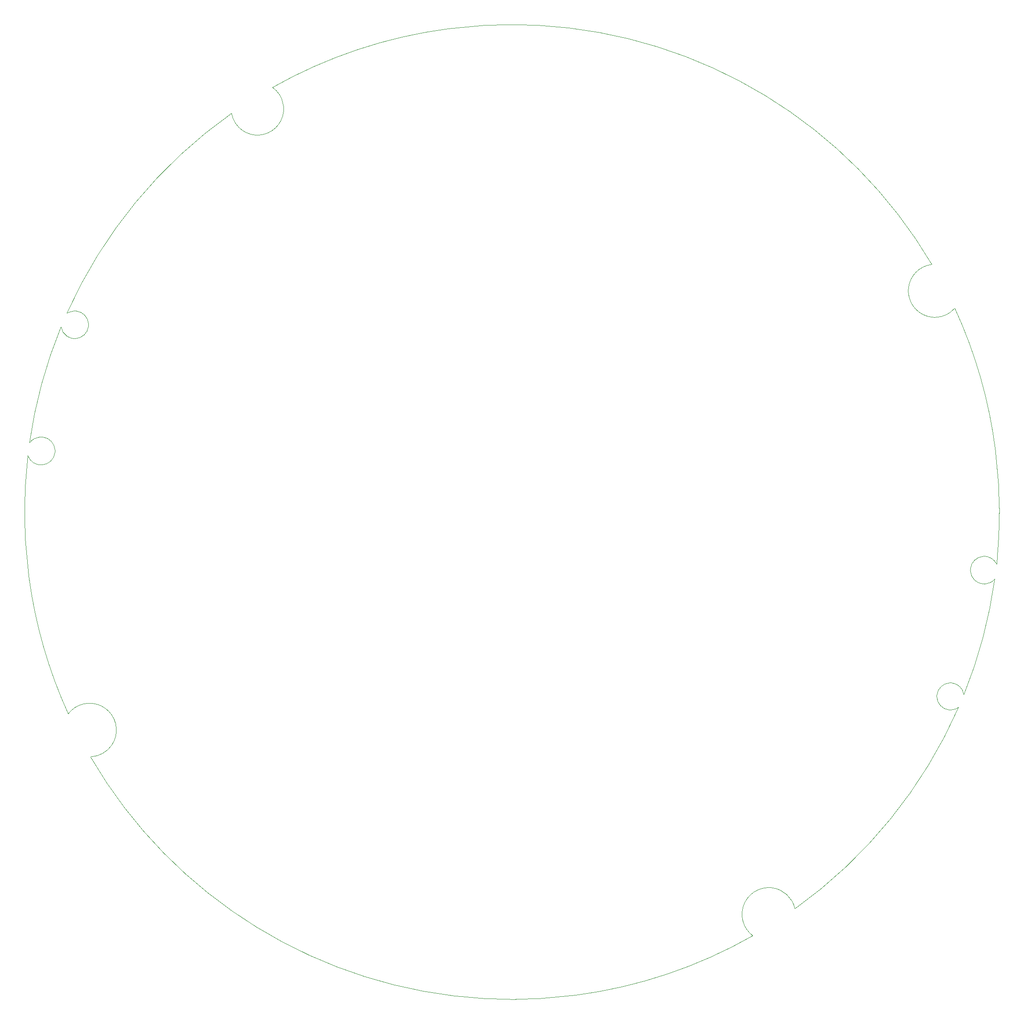
<source format=gbr>
%TF.GenerationSoftware,Altium Limited,Altium Designer,22.1.2 (22)*%
G04 Layer_Color=16711935*
%FSLAX44Y44*%
%MOMM*%
%TF.SameCoordinates,24C6D293-3CD3-4F98-9A45-ED8D72BF35CA*%
%TF.FilePolarity,Positive*%
%TF.FileFunction,Keep-out,Top*%
%TF.Part,Single*%
G01*
G75*
%TA.AperFunction,NonConductor*%
%ADD23C,0.1000*%
D23*
X690158Y723691D02*
G03*
X1448064Y257962I811802J471535D01*
G01*
X1448064Y257962D02*
G03*
X1498938Y256441I53871J950454D01*
G01*
X1509401Y256465D02*
G03*
X1557948Y258076I-7321J953022D01*
G01*
X1557948D02*
G03*
X1624692Y264380I-55276J941707D01*
G01*
D02*
G03*
X1966134Y378982I-120554J925115D01*
G01*
X1954076Y391624D02*
G03*
X1966134Y378982I43159J29093D01*
G01*
X1950146Y398567D02*
G03*
X1954076Y391624I46537J21761D01*
G01*
X1945520Y415976D02*
G03*
X1950146Y398567I50802J4178D01*
G01*
X1945364Y418810D02*
G03*
X1945520Y415976I51854J1444D01*
G01*
X1945345Y419864D02*
G03*
X1945364Y418810I52181J402D01*
G01*
X1945394Y422578D02*
G03*
X1945345Y419864I52290J-2307D01*
G01*
X1945678Y426170D02*
G03*
X1945394Y422578I51466J-5874D01*
G01*
X1993830Y471687D02*
G03*
X1945678Y426170I3034J-51437D01*
G01*
X1996459Y471774D02*
G03*
X1993830Y471687I401J-52332D01*
G01*
X1999138Y471726D02*
G03*
X1996459Y471774I-2271J-52252D01*
G01*
X2002655Y471453D02*
G03*
X1999138Y471726I-5765J-51483D01*
G01*
X2047270Y430858D02*
G03*
X2002655Y471453I-50441J-10622D01*
G01*
X2047270Y430858D02*
G03*
X2362647Y819277I-547722J766969D01*
G01*
X2360539Y817819D02*
G03*
X2362647Y819277I-14030J22549D01*
G01*
X2358468Y816657D02*
G03*
X2360539Y817819I-11815J23481D01*
G01*
X2355912Y815538D02*
G03*
X2358468Y816657I-9140J24360D01*
G01*
X2348067Y813922D02*
G03*
X2355912Y815538I-1224J25792D01*
G01*
X2347012Y813893D02*
G03*
X2348067Y813922I-203J26285D01*
G01*
X2345636Y813918D02*
G03*
X2347012Y813893I1170J26528D01*
G01*
X2343815Y814062D02*
G03*
X2345636Y813918I2979J26109D01*
G01*
X2320734Y838478D02*
G03*
X2343815Y814062I26082J1538D01*
G01*
X2320690Y839811D02*
G03*
X2320734Y838478I26557J205D01*
G01*
X2320715Y841187D02*
G03*
X2320690Y839811I26531J-1170D01*
G01*
X2320859Y843008D02*
G03*
X2320715Y841187I26102J-2978D01*
G01*
X2345275Y866089D02*
G03*
X2320859Y843008I1538J-26082D01*
G01*
X2346608Y866132D02*
G03*
X2345275Y866089I203J-26521D01*
G01*
X2347967Y866108D02*
G03*
X2346608Y866132I-1153J-26514D01*
G01*
X2349738Y865971D02*
G03*
X2347967Y866108I-2910J-26089D01*
G01*
X2372718Y843237D02*
G03*
X2349738Y865971I-25925J-3224D01*
G01*
X2372718Y843237D02*
G03*
X2432139Y1065915I-864043J349838D01*
G01*
X2426919Y1061242D02*
G03*
X2432139Y1065915I-15228J22264D01*
G01*
X2423486Y1059252D02*
G03*
X2426919Y1061242I-11614J23996D01*
G01*
X2413825Y1056678D02*
G03*
X2423486Y1059252I-1848J26355D01*
G01*
X2412420Y1056616D02*
G03*
X2413825Y1056678I-494J26932D01*
G01*
X2410725Y1056638D02*
G03*
X2412132Y1056612I1196J27112D01*
G01*
X2408865Y1056785D02*
G03*
X2410725Y1056638I3042J26652D01*
G01*
X2385287Y1081727D02*
G03*
X2408865Y1056785I26644J1571D01*
G01*
X2385243Y1083089D02*
G03*
X2385287Y1081727I27158J209D01*
G01*
X2385268Y1084495D02*
G03*
X2385243Y1083089I27103J-1195D01*
G01*
X2385415Y1086355D02*
G03*
X2385268Y1084495I26654J-3042D01*
G01*
X2410357Y1109933D02*
G03*
X2385415Y1086355I1571J-26644D01*
G01*
X2411719Y1109977D02*
G03*
X2410357Y1109933I207J-27072D01*
G01*
X2413031Y1109956D02*
G03*
X2411719Y1109977I-1101J-26995D01*
G01*
X2414754Y1109830D02*
G03*
X2413031Y1109956I-2810J-26585D01*
G01*
X2418422Y1109179D02*
G03*
X2414754Y1109830I-6447J-25683D01*
G01*
X2425926Y1105999D02*
G03*
X2418422Y1109179I-13954J-22483D01*
G01*
X2435708Y1095341D02*
G03*
X2425926Y1105999I-23951J-12166D01*
G01*
X2437277Y1111438D02*
G03*
X2438657Y1128676I-959002J85433D01*
G01*
D02*
G03*
X2439807Y1147498I-950359J67489D01*
G01*
X2439807D02*
G03*
X2440649Y1168574I-942255J48202D01*
G01*
X2440649Y1168574D02*
G03*
X2441032Y1193128I-933929J26869D01*
G01*
X2441008Y1202579D02*
G03*
X2439455Y1250157I-954165J-7329D01*
G01*
Y1250157D02*
G03*
X2433504Y1314731I-942980J-54332D01*
G01*
Y1314732D02*
G03*
X2355269Y1587905I-925188J-117178D01*
G01*
X2346006Y1579571D02*
G03*
X2355269Y1587905I-29689J42315D01*
G01*
X2339847Y1575868D02*
G03*
X2346006Y1579571I-23183J45534D01*
G01*
X2319880Y1570451D02*
G03*
X2339847Y1575868I-2976J50475D01*
G01*
X2317341Y1570362D02*
G03*
X2319880Y1570451I-532J51597D01*
G01*
X2314512Y1570410D02*
G03*
X2317204Y1570361I2288J51842D01*
G01*
X2310951Y1570691D02*
G03*
X2314512Y1570410I5824J51043D01*
G01*
X2265815Y1618440D02*
G03*
X2310951Y1570691I51006J3009D01*
G01*
X2265729Y1621047D02*
G03*
X2265815Y1618440I51905J398D01*
G01*
X2265777Y1623723D02*
G03*
X2265729Y1621047I51857J-2273D01*
G01*
X2266058Y1627288D02*
G03*
X2265777Y1623723I51032J-5813D01*
G01*
X2311052Y1672195D02*
G03*
X2266058Y1627288I5768J-50773D01*
G01*
X2311052Y1672195D02*
G03*
X1553802Y2132823I-808696J-476701D01*
G01*
Y2132823D02*
G03*
X1503214Y2134214I-51453J-950916D01*
G01*
X1494894Y2134185D02*
G03*
X1446678Y2132594I7321J-953109D01*
G01*
D02*
G03*
X1379900Y2126310I54950J-941835D01*
G01*
Y2126310D02*
G03*
X1040934Y2013246I120238J-925123D01*
G01*
X1054434Y1999095D02*
G03*
X1040934Y2013246I-43000J-27507D01*
G01*
X1058459Y1991411D02*
G03*
X1054434Y1999095I-46431J-19423D01*
G01*
X1062093Y1976994D02*
G03*
X1058459Y1991411I-49824J-4894D01*
G01*
X1062299Y1973998D02*
G03*
X1062093Y1976994I-50822J-1994D01*
G01*
X1062337Y1972381D02*
G03*
X1062299Y1973998I-51171J-393D01*
G01*
X1062289Y1969716D02*
G03*
X1062337Y1972381I-51308J2266D01*
G01*
X1062010Y1966189D02*
G03*
X1062289Y1969716I-50526J5767D01*
G01*
X1015044Y1921516D02*
G03*
X1062010Y1966189I-3303J50497D01*
G01*
X1012383Y1921414D02*
G03*
X1015044Y1921516I-644J51382D01*
G01*
X1009586Y1921454D02*
G03*
X1012131Y1921411I2146J51347D01*
G01*
X1006268Y1921702D02*
G03*
X1009586Y1921454I5441J50568D01*
G01*
X999617Y1922873D02*
G03*
X1006268Y1921702I12028J48840D01*
G01*
X983192Y1930247D02*
G03*
X999617Y1922873I28457J41406D01*
G01*
X961953Y1963266D02*
G03*
X983192Y1930247I49875J8741D01*
G01*
X961953Y1963266D02*
G03*
X644503Y1577852I542850J-770567D01*
G01*
X647812Y1579828D02*
G03*
X644503Y1577852I12036J-23908D01*
G01*
X658452Y1582627D02*
G03*
X647812Y1579828I1267J-26446D01*
G01*
X659555Y1582658D02*
G03*
X658452Y1582627I205J-26884D01*
G01*
X660960Y1582632D02*
G03*
X659555Y1582658I-1194J-27039D01*
G01*
X662819Y1582486D02*
G03*
X660960Y1582632I-3039J-26618D01*
G01*
X686379Y1557562D02*
G03*
X662819Y1582486I-26624J-1570D01*
G01*
X686424Y1556201D02*
G03*
X686379Y1557562I-27083J-208D01*
G01*
X686399Y1554796D02*
G03*
X686424Y1556201I-27035J1193D01*
G01*
X686252Y1552937D02*
G03*
X686399Y1554796I-26619J3039D01*
G01*
X661328Y1529377D02*
G03*
X686252Y1552937I-1570J26624D01*
G01*
X659967Y1529332D02*
G03*
X661328Y1529377I-207J27073D01*
G01*
X658604Y1529356D02*
G03*
X659967Y1529332I1152J27039D01*
G01*
X656866Y1529487D02*
G03*
X658604Y1529356I2880J26656D01*
G01*
X653267Y1530129D02*
G03*
X656866Y1529487I6444J25697D01*
G01*
X644902Y1533865D02*
G03*
X653267Y1530129I14811J21935D01*
G01*
X633423Y1552033D02*
G03*
X644902Y1533865I26391J3964D01*
G01*
X633423Y1552033D02*
G03*
X572616Y1328224I862187J-354413D01*
G01*
X581976Y1336692D02*
G03*
X572616Y1328224I13068J-23851D01*
G01*
X592941Y1339915D02*
G03*
X581976Y1336692I1901J-26732D01*
G01*
X594387Y1339980D02*
G03*
X592941Y1339915I511J-27343D01*
G01*
X596114Y1339958D02*
G03*
X594690Y1339984I-1209J-27401D01*
G01*
X597997Y1339810D02*
G03*
X596114Y1339958I-3080J-26984D01*
G01*
X621874Y1314552D02*
G03*
X597997Y1339810I-26981J-1592D01*
G01*
X621919Y1313173D02*
G03*
X621874Y1314552I-27469J-212D01*
G01*
X621893Y1311749D02*
G03*
X621919Y1313173I-27443J1211D01*
G01*
X621744Y1309865D02*
G03*
X621893Y1311749I-27001J3081D01*
G01*
X596486Y1285989D02*
G03*
X621744Y1309865I-1591J26981D01*
G01*
X595107Y1285943D02*
G03*
X596486Y1285989I-211J27478D01*
G01*
X593772Y1285966D02*
G03*
X595107Y1285943I1122J27408D01*
G01*
X592039Y1286092D02*
G03*
X593772Y1285966I2843J26985D01*
G01*
X588510Y1286704D02*
G03*
X592039Y1286092I6340J26086D01*
G01*
X580220Y1290287D02*
G03*
X588510Y1286704I14629J22464D01*
G01*
X569493Y1303827D02*
G03*
X580220Y1290287I25532J9209D01*
G01*
X569493Y1303827D02*
G03*
X564469Y1243165I945189J-108821D01*
G01*
Y1243165D02*
G03*
X563287Y1188072I943801J-47806D01*
G01*
X563287D02*
G03*
X564906Y1139392I953038J7321D01*
G01*
D02*
G03*
X571411Y1071188I941713J55408D01*
G01*
X571411Y1071188D02*
G03*
X647319Y806566I924818J122091D01*
G01*
X659991Y818417D02*
G03*
X647319Y806566I28806J-43500D01*
G01*
X667282Y822436D02*
G03*
X659991Y818417I21131J-46963D01*
G01*
X683780Y826740D02*
G03*
X667282Y822436I4482J-50950D01*
G01*
X686681Y826915D02*
G03*
X683780Y826740I1682J-52003D01*
G01*
X687973Y826941D02*
G03*
X686681Y826915I400J-52163D01*
G01*
X690695Y826891D02*
G03*
X687973Y826941I-2314J-52415D01*
G01*
X694297Y826607D02*
G03*
X690695Y826891I-5892J-51640D01*
G01*
X739951Y778312D02*
G03*
X694297Y826607I-51590J-3043D01*
G01*
X740038Y775675D02*
G03*
X739951Y778312I-52469J-402D01*
G01*
X739990Y772997D02*
G03*
X740038Y775675I-52375J2270D01*
G01*
X739724Y769535D02*
G03*
X739990Y772997I-51614J5707D01*
G01*
X738265Y761809D02*
G03*
X739724Y769535I-49572J13364D01*
G01*
X731270Y746493D02*
G03*
X738265Y761809I-42561J28694D01*
G01*
X692403Y723816D02*
G03*
X731270Y746493I-3997J51496D01*
G01*
X690158Y723691D02*
G03*
X692403Y723816I-1795J52324D01*
G01*
X1498938Y256441D02*
X1509401Y256465D01*
X2412132Y1056612D02*
X2412420Y1056616D01*
X2435709Y1095341D02*
X2437278Y1111438D01*
X2441008Y1202579D02*
X2441032Y1193128D01*
X2317204Y1570361D02*
X2317341Y1570362D01*
X1494894Y2134185D02*
X1503214Y2134214D01*
X1012131Y1921411D02*
X1012383Y1921414D01*
X594387Y1339980D02*
X594690Y1339984D01*
%TF.MD5,94e14b78f8c89041356ff1aa38e2ba92*%
M02*

</source>
